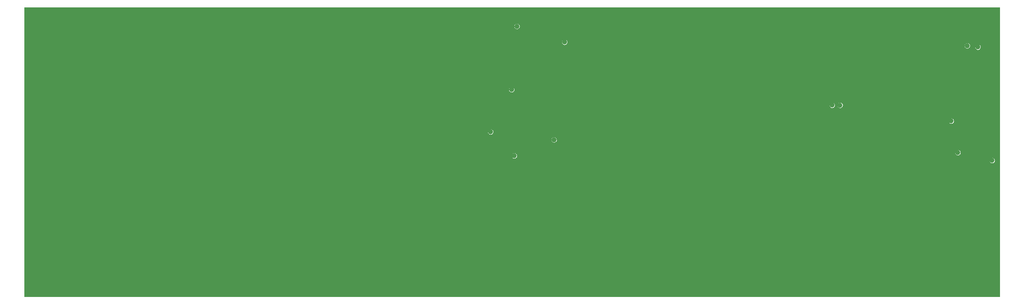
<source format=gbr>
%TF.GenerationSoftware,KiCad,Pcbnew,(5.1.6)-1*%
%TF.CreationDate,2020-06-22T12:01:02-04:00*%
%TF.ProjectId,Aligned mobo,416c6967-6e65-4642-906d-6f626f2e6b69,rev?*%
%TF.SameCoordinates,Original*%
%TF.FileFunction,Soldermask,Bot*%
%TF.FilePolarity,Negative*%
%FSLAX46Y46*%
G04 Gerber Fmt 4.6, Leading zero omitted, Abs format (unit mm)*
G04 Created by KiCad (PCBNEW (5.1.6)-1) date 2020-06-22 12:01:02*
%MOMM*%
%LPD*%
G01*
G04 APERTURE LIST*
%ADD10C,0.010000*%
%ADD11C,1.238240*%
G04 APERTURE END LIST*
D10*
%TO.C,G\u002A\u002A\u002A*%
G36*
X117009333Y-34798000D02*
G01*
X-117009333Y-34798000D01*
X-117009333Y-14176857D01*
X-8271219Y-14176857D01*
X-8254914Y-14325763D01*
X-8247674Y-14352756D01*
X-8188585Y-14485533D01*
X-8100315Y-14592881D01*
X-7989452Y-14672015D01*
X-7862583Y-14720150D01*
X-7726297Y-14734500D01*
X-7587181Y-14712281D01*
X-7490512Y-14672887D01*
X-7371786Y-14589749D01*
X-7284431Y-14485167D01*
X-7228442Y-14365725D01*
X-7203809Y-14238012D01*
X-7206051Y-14194814D01*
X-5729757Y-14194814D01*
X-5713357Y-14325532D01*
X-5664842Y-14448574D01*
X-5585853Y-14557722D01*
X-5478031Y-14646753D01*
X-5343017Y-14709450D01*
X-5334137Y-14712223D01*
X-5211336Y-14729154D01*
X-5070201Y-14712418D01*
X-5018383Y-14698848D01*
X-4896093Y-14641916D01*
X-4796237Y-14554691D01*
X-4721774Y-14444468D01*
X-4675662Y-14318541D01*
X-4660858Y-14184204D01*
X-4680319Y-14048751D01*
X-4716870Y-13955295D01*
X-4800401Y-13833592D01*
X-4906779Y-13743108D01*
X-5029290Y-13684918D01*
X-5161218Y-13660097D01*
X-5295848Y-13669718D01*
X-5426467Y-13714856D01*
X-5546360Y-13796586D01*
X-5569857Y-13818809D01*
X-5659649Y-13935233D01*
X-5712402Y-14062641D01*
X-5729757Y-14194814D01*
X-7206051Y-14194814D01*
X-7210525Y-14108613D01*
X-7248582Y-13984114D01*
X-7317972Y-13871102D01*
X-7418686Y-13776164D01*
X-7491649Y-13731875D01*
X-7630701Y-13683235D01*
X-7774346Y-13672578D01*
X-7914175Y-13699003D01*
X-8041777Y-13761605D01*
X-8086557Y-13795756D01*
X-8185511Y-13906565D01*
X-8247575Y-14035361D01*
X-8271219Y-14176857D01*
X-117009333Y-14176857D01*
X-117009333Y-12925134D01*
X-9523671Y-12925134D01*
X-9515435Y-13046029D01*
X-9501815Y-13110740D01*
X-9468007Y-13180730D01*
X-9408340Y-13259600D01*
X-9334048Y-13335828D01*
X-9256364Y-13397891D01*
X-9186522Y-13434268D01*
X-9186333Y-13434327D01*
X-9081297Y-13454457D01*
X-8960285Y-13458350D01*
X-8846544Y-13445703D01*
X-8818992Y-13439108D01*
X-8739739Y-13401967D01*
X-8654629Y-13338249D01*
X-8576319Y-13259451D01*
X-8517465Y-13177067D01*
X-8506270Y-13155083D01*
X-8477535Y-13055803D01*
X-8467516Y-12937152D01*
X-8469904Y-12904360D01*
X-7003534Y-12904360D01*
X-6993865Y-13032172D01*
X-6954357Y-13154317D01*
X-6884166Y-13264153D01*
X-6782447Y-13355037D01*
X-6755723Y-13371847D01*
X-6628656Y-13432366D01*
X-6508164Y-13456842D01*
X-6381522Y-13446909D01*
X-6310247Y-13429055D01*
X-6183419Y-13371227D01*
X-6081123Y-13284638D01*
X-6005184Y-13176262D01*
X-5957431Y-13053067D01*
X-5939691Y-12922025D01*
X-5953791Y-12790108D01*
X-6001559Y-12664285D01*
X-6081198Y-12555270D01*
X-6199241Y-12460544D01*
X-6332827Y-12404454D01*
X-6478165Y-12387979D01*
X-6631462Y-12412097D01*
X-6633834Y-12412782D01*
X-6760699Y-12469292D01*
X-6861946Y-12553347D01*
X-6936730Y-12658305D01*
X-6984207Y-12777523D01*
X-7003534Y-12904360D01*
X-8469904Y-12904360D01*
X-8476213Y-12817729D01*
X-8503624Y-12716137D01*
X-8506271Y-12710113D01*
X-8584738Y-12585043D01*
X-8690618Y-12490932D01*
X-8820090Y-12430166D01*
X-8969334Y-12405128D01*
X-8995833Y-12404596D01*
X-9147998Y-12423454D01*
X-9281027Y-12478437D01*
X-9391100Y-12567162D01*
X-9474396Y-12687243D01*
X-9485396Y-12710113D01*
X-9513413Y-12807195D01*
X-9523671Y-12925134D01*
X-117009333Y-12925134D01*
X-117009333Y-2021417D01*
X114501278Y-2021417D01*
X114502934Y-2120512D01*
X114510064Y-2192519D01*
X114525551Y-2252601D01*
X114552277Y-2315923D01*
X114560480Y-2332872D01*
X114649570Y-2468902D01*
X114766103Y-2576926D01*
X114903840Y-2654586D01*
X115056542Y-2699519D01*
X115217970Y-2709368D01*
X115381885Y-2681770D01*
X115435663Y-2663967D01*
X115560309Y-2597421D01*
X115675338Y-2498741D01*
X115769926Y-2378107D01*
X115803738Y-2317750D01*
X115844043Y-2195949D01*
X115859694Y-2054953D01*
X115850778Y-1909920D01*
X115817381Y-1776009D01*
X115800446Y-1735667D01*
X115708943Y-1590883D01*
X115586699Y-1473602D01*
X115464167Y-1399984D01*
X115324379Y-1355378D01*
X115170240Y-1341607D01*
X115016401Y-1358666D01*
X114890836Y-1400132D01*
X114745759Y-1489945D01*
X114627747Y-1612271D01*
X114559484Y-1720499D01*
X114530543Y-1781045D01*
X114513073Y-1836743D01*
X114504290Y-1901994D01*
X114501407Y-1991203D01*
X114501278Y-2021417D01*
X-117009333Y-2021417D01*
X-117009333Y-834420D01*
X-156744Y-834420D01*
X-153840Y-991155D01*
X-116302Y-1143025D01*
X-43828Y-1282568D01*
X1755Y-1341053D01*
X127747Y-1458284D01*
X265835Y-1535590D01*
X419877Y-1574572D01*
X573884Y-1578308D01*
X676981Y-1564355D01*
X773189Y-1538862D01*
X809598Y-1524277D01*
X955773Y-1433574D01*
X1073982Y-1313670D01*
X1132066Y-1224678D01*
X1165006Y-1156896D01*
X1185409Y-1091508D01*
X1197061Y-1012599D01*
X1202674Y-928093D01*
X1205680Y-833096D01*
X1202176Y-764719D01*
X1189751Y-707448D01*
X1165993Y-645770D01*
X1154968Y-621177D01*
X1064028Y-470235D01*
X943161Y-348463D01*
X836083Y-278731D01*
X779831Y-251492D01*
X727398Y-234722D01*
X665510Y-225995D01*
X580889Y-222888D01*
X529167Y-222680D01*
X384897Y-230168D01*
X268875Y-255321D01*
X169086Y-302727D01*
X73515Y-376971D01*
X39338Y-409648D01*
X-59854Y-536205D01*
X-125315Y-680283D01*
X-156744Y-834420D01*
X-117009333Y-834420D01*
X-117009333Y-137583D01*
X106268930Y-137583D01*
X106270521Y-236174D01*
X106277356Y-306822D01*
X106292124Y-363843D01*
X106317513Y-421549D01*
X106325016Y-436191D01*
X106366896Y-509612D01*
X106411643Y-577689D01*
X106433660Y-606499D01*
X106491241Y-658754D01*
X106573908Y-714592D01*
X106666336Y-764982D01*
X106753199Y-800896D01*
X106773938Y-806998D01*
X106868502Y-819209D01*
X106984174Y-816427D01*
X107103211Y-800464D01*
X107207868Y-773135D01*
X107242345Y-759138D01*
X107368533Y-679350D01*
X107480450Y-569569D01*
X107565724Y-442091D01*
X107570109Y-433364D01*
X107596635Y-371978D01*
X107612427Y-311250D01*
X107620011Y-236750D01*
X107621917Y-137583D01*
X107612330Y12772D01*
X107580541Y136314D01*
X107522005Y244704D01*
X107432178Y349603D01*
X107431974Y349807D01*
X107327070Y439699D01*
X107218698Y498290D01*
X107095196Y530126D01*
X106944903Y539750D01*
X106944583Y539750D01*
X106794068Y530133D01*
X106670399Y498273D01*
X106561981Y439659D01*
X106457797Y350359D01*
X106368372Y245415D01*
X106310022Y135988D01*
X106278342Y10702D01*
X106268930Y-137583D01*
X-117009333Y-137583D01*
X-117009333Y2868882D01*
X9375486Y2868882D01*
X9405642Y2718450D01*
X9467205Y2577495D01*
X9559504Y2452744D01*
X9681869Y2350925D01*
X9690612Y2345407D01*
X9830297Y2282324D01*
X9986741Y2251781D01*
X10148856Y2254433D01*
X10305554Y2290934D01*
X10345634Y2306738D01*
X10456328Y2373106D01*
X10560429Y2468346D01*
X10646283Y2579808D01*
X10701695Y2693214D01*
X10736987Y2859987D01*
X10733347Y3024250D01*
X10693166Y3180097D01*
X10618838Y3321622D01*
X10512755Y3442917D01*
X10377310Y3538076D01*
X10354788Y3549642D01*
X10285641Y3580433D01*
X10223173Y3598397D01*
X10151027Y3606751D01*
X10054167Y3608710D01*
X9908542Y3599368D01*
X9788538Y3568370D01*
X9680849Y3510702D01*
X9582356Y3430833D01*
X9480173Y3309767D01*
X9412081Y3171268D01*
X9377409Y3022064D01*
X9375486Y2868882D01*
X-117009333Y2868882D01*
X-117009333Y4826000D01*
X-5852356Y4826000D01*
X-5850743Y4733359D01*
X-5843602Y4666768D01*
X-5827056Y4609978D01*
X-5797228Y4546737D01*
X-5776604Y4508500D01*
X-5678345Y4370708D01*
X-5554975Y4263832D01*
X-5412448Y4190087D01*
X-5256720Y4151685D01*
X-5093744Y4150839D01*
X-4929477Y4189763D01*
X-4924222Y4191706D01*
X-4778495Y4267809D01*
X-4658539Y4374969D01*
X-4568079Y4508105D01*
X-4510840Y4662134D01*
X-4492453Y4780781D01*
X-4498616Y4955988D01*
X-4542450Y5113375D01*
X-4622622Y5250530D01*
X-4737800Y5365042D01*
X-4856413Y5439833D01*
X-4936434Y5478287D01*
X-5000672Y5500586D01*
X-5067449Y5511016D01*
X-5155087Y5513862D01*
X-5173116Y5513900D01*
X-5273181Y5511029D01*
X-5348754Y5500186D01*
X-5417423Y5477991D01*
X-5461000Y5458596D01*
X-5606107Y5366830D01*
X-5723899Y5243939D01*
X-5797279Y5122333D01*
X-5826514Y5053025D01*
X-5843394Y4987546D01*
X-5850962Y4909523D01*
X-5852356Y4826000D01*
X-117009333Y4826000D01*
X-117009333Y7489956D01*
X104672409Y7489956D01*
X104678897Y7344346D01*
X104716623Y7202152D01*
X104786705Y7068865D01*
X104890259Y6949972D01*
X104973924Y6884435D01*
X105058117Y6832847D01*
X105134681Y6800475D01*
X105217604Y6783825D01*
X105320876Y6779405D01*
X105388833Y6780832D01*
X105499399Y6788188D01*
X105581729Y6803314D01*
X105649616Y6828916D01*
X105659662Y6833959D01*
X105801877Y6929568D01*
X105916093Y7052620D01*
X105975578Y7150935D01*
X106020058Y7282525D01*
X106037801Y7431734D01*
X106028599Y7583192D01*
X105992246Y7721527D01*
X105983574Y7742134D01*
X105901429Y7875931D01*
X105789196Y7986495D01*
X105654428Y8069975D01*
X105504671Y8122523D01*
X105347476Y8140287D01*
X105226955Y8128010D01*
X105069463Y8077160D01*
X104936509Y7996795D01*
X104829210Y7892404D01*
X104748683Y7769474D01*
X104696043Y7633495D01*
X104672409Y7489956D01*
X-117009333Y7489956D01*
X-117009333Y11262858D01*
X76096604Y11262858D01*
X76109996Y11109774D01*
X76155591Y10964358D01*
X76231913Y10832407D01*
X76337485Y10719718D01*
X76470831Y10632087D01*
X76547209Y10599569D01*
X76673120Y10571529D01*
X76814977Y10566978D01*
X76955331Y10585047D01*
X77076731Y10624863D01*
X77079373Y10626130D01*
X77206468Y10708097D01*
X77319022Y10819477D01*
X77404144Y10947379D01*
X77407609Y10954302D01*
X77433965Y11015042D01*
X77449589Y11074561D01*
X77456955Y11147230D01*
X77457308Y11169623D01*
X78003004Y11169623D01*
X78032710Y11028863D01*
X78090341Y10897516D01*
X78173585Y10780491D01*
X78280133Y10682695D01*
X78407672Y10609036D01*
X78553893Y10564422D01*
X78716486Y10553760D01*
X78761167Y10557156D01*
X78834713Y10571750D01*
X78922369Y10598628D01*
X78978071Y10620445D01*
X79106586Y10697819D01*
X79219618Y10806572D01*
X79306479Y10936023D01*
X79318471Y10960615D01*
X79344014Y11028876D01*
X79358284Y11104557D01*
X79363726Y11202629D01*
X79364003Y11239500D01*
X79360779Y11347440D01*
X79349476Y11428396D01*
X79327650Y11497341D01*
X79318471Y11518385D01*
X79230353Y11661826D01*
X79113502Y11777313D01*
X78973610Y11861145D01*
X78816368Y11909619D01*
X78700225Y11920521D01*
X78545091Y11910260D01*
X78414711Y11873322D01*
X78297840Y11805309D01*
X78209628Y11728649D01*
X78104533Y11599311D01*
X78036604Y11459755D01*
X78003531Y11314890D01*
X78003004Y11169623D01*
X77457308Y11169623D01*
X77458535Y11247415D01*
X77458523Y11250083D01*
X77456297Y11349124D01*
X77448849Y11420418D01*
X77433371Y11478483D01*
X77407056Y11537837D01*
X77400317Y11551001D01*
X77302613Y11696444D01*
X77177022Y11810039D01*
X77069664Y11871947D01*
X76994843Y11902678D01*
X76923491Y11919756D01*
X76837506Y11926667D01*
X76781638Y11927400D01*
X76687188Y11925112D01*
X76616101Y11915413D01*
X76549529Y11894083D01*
X76470183Y11857670D01*
X76382886Y11807651D01*
X76306363Y11751283D01*
X76264402Y11710153D01*
X76172331Y11568844D01*
X76116890Y11417814D01*
X76096604Y11262858D01*
X-117009333Y11262858D01*
X-117009333Y14986000D01*
X-792241Y14986000D01*
X-780747Y14834996D01*
X-744652Y14709149D01*
X-678877Y14596055D01*
X-592018Y14496834D01*
X-468508Y14401762D01*
X-323899Y14338753D01*
X-166562Y14309477D01*
X-4869Y14315607D01*
X134611Y14351706D01*
X273990Y14425225D01*
X395347Y14531135D01*
X488562Y14660239D01*
X501520Y14685128D01*
X531298Y14751404D01*
X549161Y14810885D01*
X557992Y14878735D01*
X560672Y14970119D01*
X560722Y14996583D01*
X558959Y15094775D01*
X552051Y15165102D01*
X537214Y15221968D01*
X511660Y15279775D01*
X502515Y15297501D01*
X403885Y15443317D01*
X278299Y15556512D01*
X171164Y15617868D01*
X95824Y15648393D01*
X23711Y15665240D01*
X-63389Y15671865D01*
X-116417Y15672428D01*
X-270625Y15659980D01*
X-400778Y15620105D01*
X-518533Y15548111D01*
X-596792Y15479084D01*
X-691040Y15369922D01*
X-752080Y15255711D01*
X-784286Y15125412D01*
X-792241Y14986000D01*
X-117009333Y14986000D01*
X-117009333Y25537583D01*
X108512702Y25537583D01*
X108525390Y25381301D01*
X108566243Y25249182D01*
X108639445Y25130506D01*
X108697138Y25064878D01*
X108814795Y24961895D01*
X108936508Y24895729D01*
X109072540Y24862325D01*
X109222935Y24857190D01*
X109333555Y24866591D01*
X109422790Y24887796D01*
X109501500Y24920744D01*
X109636596Y25009657D01*
X109751652Y25132202D01*
X109784623Y25184039D01*
X111083292Y25184039D01*
X111104521Y25037862D01*
X111149682Y24909399D01*
X111157309Y24894727D01*
X111253968Y24760101D01*
X111380616Y24651093D01*
X111529875Y24573422D01*
X111601250Y24550532D01*
X111684312Y24539984D01*
X111789964Y24541930D01*
X111900895Y24554730D01*
X111999791Y24576739D01*
X112043504Y24592493D01*
X112181616Y24675235D01*
X112292997Y24785621D01*
X112375712Y24917046D01*
X112427823Y25062908D01*
X112447395Y25216602D01*
X112432491Y25371526D01*
X112381175Y25521077D01*
X112337985Y25596760D01*
X112227058Y25729967D01*
X112095859Y25826070D01*
X111945227Y25884659D01*
X111776000Y25905321D01*
X111711487Y25903449D01*
X111549553Y25873133D01*
X111402133Y25807139D01*
X111275402Y25710014D01*
X111175537Y25586307D01*
X111117121Y25465710D01*
X111087118Y25331973D01*
X111083292Y25184039D01*
X109784623Y25184039D01*
X109817041Y25235005D01*
X109840332Y25284951D01*
X109854877Y25336747D01*
X109862594Y25402354D01*
X109865403Y25493738D01*
X109865583Y25537583D01*
X109864133Y25641861D01*
X109858501Y25715829D01*
X109846770Y25771451D01*
X109827019Y25820691D01*
X109817041Y25840162D01*
X109718432Y25984262D01*
X109594143Y26098566D01*
X109498565Y26156078D01*
X109429887Y26186627D01*
X109367678Y26204429D01*
X109295649Y26212657D01*
X109198833Y26214489D01*
X109042119Y26202915D01*
X108912101Y26166264D01*
X108798690Y26100415D01*
X108700686Y26010863D01*
X108607994Y25896839D01*
X108549434Y25784204D01*
X108519577Y25659285D01*
X108512702Y25537583D01*
X-117009333Y25537583D01*
X-117009333Y26397203D01*
X11916127Y26397203D01*
X11928228Y26263019D01*
X11959171Y26147439D01*
X11967172Y26128866D01*
X12058256Y25977933D01*
X12175041Y25859813D01*
X12315946Y25775900D01*
X12402620Y25744984D01*
X12511856Y25727657D01*
X12639488Y25727916D01*
X12766334Y25744436D01*
X12873209Y25775891D01*
X12877671Y25777826D01*
X13017348Y25861363D01*
X13129600Y25972941D01*
X13212196Y26106585D01*
X13262905Y26256317D01*
X13279497Y26416160D01*
X13259743Y26580138D01*
X13221261Y26698607D01*
X13170529Y26785047D01*
X13093138Y26876308D01*
X13001123Y26960038D01*
X12906518Y27023884D01*
X12901933Y27026334D01*
X12845042Y27053600D01*
X12791928Y27070391D01*
X12729235Y27079145D01*
X12643608Y27082302D01*
X12594167Y27082547D01*
X12494072Y27081128D01*
X12422853Y27075224D01*
X12367099Y27062367D01*
X12313402Y27040087D01*
X12284972Y27025611D01*
X12183193Y26957094D01*
X12086623Y26865784D01*
X12006369Y26763971D01*
X11953536Y26663945D01*
X11950531Y26655524D01*
X11923388Y26533526D01*
X11916127Y26397203D01*
X-117009333Y26397203D01*
X-117009333Y30214867D01*
X474676Y30214867D01*
X482366Y30072888D01*
X514399Y29946417D01*
X522528Y29927076D01*
X583123Y29823109D01*
X665577Y29721463D01*
X756154Y29638131D01*
X792226Y29613109D01*
X932030Y29550190D01*
X1088231Y29519821D01*
X1249453Y29522601D01*
X1404321Y29559129D01*
X1451387Y29578367D01*
X1576541Y29655977D01*
X1688312Y29763737D01*
X1774361Y29889480D01*
X1781989Y29904419D01*
X1806427Y29961562D01*
X1821278Y30020201D01*
X1828690Y30093551D01*
X1830810Y30194826D01*
X1830815Y30204833D01*
X1829339Y30304969D01*
X1823404Y30376115D01*
X1810566Y30431564D01*
X1788386Y30484612D01*
X1774435Y30511750D01*
X1675783Y30653231D01*
X1546136Y30766486D01*
X1431990Y30830635D01*
X1365310Y30858771D01*
X1308285Y30874760D01*
X1245400Y30881011D01*
X1161142Y30879937D01*
X1125073Y30878341D01*
X1023442Y30870963D01*
X948237Y30857875D01*
X883594Y30835314D01*
X829334Y30808193D01*
X705227Y30722851D01*
X606916Y30613221D01*
X531307Y30480966D01*
X491075Y30356259D01*
X474676Y30214867D01*
X-117009333Y30214867D01*
X-117009333Y34776833D01*
X117009333Y34776833D01*
X117009333Y-34798000D01*
G37*
X117009333Y-34798000D02*
X-117009333Y-34798000D01*
X-117009333Y-14176857D01*
X-8271219Y-14176857D01*
X-8254914Y-14325763D01*
X-8247674Y-14352756D01*
X-8188585Y-14485533D01*
X-8100315Y-14592881D01*
X-7989452Y-14672015D01*
X-7862583Y-14720150D01*
X-7726297Y-14734500D01*
X-7587181Y-14712281D01*
X-7490512Y-14672887D01*
X-7371786Y-14589749D01*
X-7284431Y-14485167D01*
X-7228442Y-14365725D01*
X-7203809Y-14238012D01*
X-7206051Y-14194814D01*
X-5729757Y-14194814D01*
X-5713357Y-14325532D01*
X-5664842Y-14448574D01*
X-5585853Y-14557722D01*
X-5478031Y-14646753D01*
X-5343017Y-14709450D01*
X-5334137Y-14712223D01*
X-5211336Y-14729154D01*
X-5070201Y-14712418D01*
X-5018383Y-14698848D01*
X-4896093Y-14641916D01*
X-4796237Y-14554691D01*
X-4721774Y-14444468D01*
X-4675662Y-14318541D01*
X-4660858Y-14184204D01*
X-4680319Y-14048751D01*
X-4716870Y-13955295D01*
X-4800401Y-13833592D01*
X-4906779Y-13743108D01*
X-5029290Y-13684918D01*
X-5161218Y-13660097D01*
X-5295848Y-13669718D01*
X-5426467Y-13714856D01*
X-5546360Y-13796586D01*
X-5569857Y-13818809D01*
X-5659649Y-13935233D01*
X-5712402Y-14062641D01*
X-5729757Y-14194814D01*
X-7206051Y-14194814D01*
X-7210525Y-14108613D01*
X-7248582Y-13984114D01*
X-7317972Y-13871102D01*
X-7418686Y-13776164D01*
X-7491649Y-13731875D01*
X-7630701Y-13683235D01*
X-7774346Y-13672578D01*
X-7914175Y-13699003D01*
X-8041777Y-13761605D01*
X-8086557Y-13795756D01*
X-8185511Y-13906565D01*
X-8247575Y-14035361D01*
X-8271219Y-14176857D01*
X-117009333Y-14176857D01*
X-117009333Y-12925134D01*
X-9523671Y-12925134D01*
X-9515435Y-13046029D01*
X-9501815Y-13110740D01*
X-9468007Y-13180730D01*
X-9408340Y-13259600D01*
X-9334048Y-13335828D01*
X-9256364Y-13397891D01*
X-9186522Y-13434268D01*
X-9186333Y-13434327D01*
X-9081297Y-13454457D01*
X-8960285Y-13458350D01*
X-8846544Y-13445703D01*
X-8818992Y-13439108D01*
X-8739739Y-13401967D01*
X-8654629Y-13338249D01*
X-8576319Y-13259451D01*
X-8517465Y-13177067D01*
X-8506270Y-13155083D01*
X-8477535Y-13055803D01*
X-8467516Y-12937152D01*
X-8469904Y-12904360D01*
X-7003534Y-12904360D01*
X-6993865Y-13032172D01*
X-6954357Y-13154317D01*
X-6884166Y-13264153D01*
X-6782447Y-13355037D01*
X-6755723Y-13371847D01*
X-6628656Y-13432366D01*
X-6508164Y-13456842D01*
X-6381522Y-13446909D01*
X-6310247Y-13429055D01*
X-6183419Y-13371227D01*
X-6081123Y-13284638D01*
X-6005184Y-13176262D01*
X-5957431Y-13053067D01*
X-5939691Y-12922025D01*
X-5953791Y-12790108D01*
X-6001559Y-12664285D01*
X-6081198Y-12555270D01*
X-6199241Y-12460544D01*
X-6332827Y-12404454D01*
X-6478165Y-12387979D01*
X-6631462Y-12412097D01*
X-6633834Y-12412782D01*
X-6760699Y-12469292D01*
X-6861946Y-12553347D01*
X-6936730Y-12658305D01*
X-6984207Y-12777523D01*
X-7003534Y-12904360D01*
X-8469904Y-12904360D01*
X-8476213Y-12817729D01*
X-8503624Y-12716137D01*
X-8506271Y-12710113D01*
X-8584738Y-12585043D01*
X-8690618Y-12490932D01*
X-8820090Y-12430166D01*
X-8969334Y-12405128D01*
X-8995833Y-12404596D01*
X-9147998Y-12423454D01*
X-9281027Y-12478437D01*
X-9391100Y-12567162D01*
X-9474396Y-12687243D01*
X-9485396Y-12710113D01*
X-9513413Y-12807195D01*
X-9523671Y-12925134D01*
X-117009333Y-12925134D01*
X-117009333Y-2021417D01*
X114501278Y-2021417D01*
X114502934Y-2120512D01*
X114510064Y-2192519D01*
X114525551Y-2252601D01*
X114552277Y-2315923D01*
X114560480Y-2332872D01*
X114649570Y-2468902D01*
X114766103Y-2576926D01*
X114903840Y-2654586D01*
X115056542Y-2699519D01*
X115217970Y-2709368D01*
X115381885Y-2681770D01*
X115435663Y-2663967D01*
X115560309Y-2597421D01*
X115675338Y-2498741D01*
X115769926Y-2378107D01*
X115803738Y-2317750D01*
X115844043Y-2195949D01*
X115859694Y-2054953D01*
X115850778Y-1909920D01*
X115817381Y-1776009D01*
X115800446Y-1735667D01*
X115708943Y-1590883D01*
X115586699Y-1473602D01*
X115464167Y-1399984D01*
X115324379Y-1355378D01*
X115170240Y-1341607D01*
X115016401Y-1358666D01*
X114890836Y-1400132D01*
X114745759Y-1489945D01*
X114627747Y-1612271D01*
X114559484Y-1720499D01*
X114530543Y-1781045D01*
X114513073Y-1836743D01*
X114504290Y-1901994D01*
X114501407Y-1991203D01*
X114501278Y-2021417D01*
X-117009333Y-2021417D01*
X-117009333Y-834420D01*
X-156744Y-834420D01*
X-153840Y-991155D01*
X-116302Y-1143025D01*
X-43828Y-1282568D01*
X1755Y-1341053D01*
X127747Y-1458284D01*
X265835Y-1535590D01*
X419877Y-1574572D01*
X573884Y-1578308D01*
X676981Y-1564355D01*
X773189Y-1538862D01*
X809598Y-1524277D01*
X955773Y-1433574D01*
X1073982Y-1313670D01*
X1132066Y-1224678D01*
X1165006Y-1156896D01*
X1185409Y-1091508D01*
X1197061Y-1012599D01*
X1202674Y-928093D01*
X1205680Y-833096D01*
X1202176Y-764719D01*
X1189751Y-707448D01*
X1165993Y-645770D01*
X1154968Y-621177D01*
X1064028Y-470235D01*
X943161Y-348463D01*
X836083Y-278731D01*
X779831Y-251492D01*
X727398Y-234722D01*
X665510Y-225995D01*
X580889Y-222888D01*
X529167Y-222680D01*
X384897Y-230168D01*
X268875Y-255321D01*
X169086Y-302727D01*
X73515Y-376971D01*
X39338Y-409648D01*
X-59854Y-536205D01*
X-125315Y-680283D01*
X-156744Y-834420D01*
X-117009333Y-834420D01*
X-117009333Y-137583D01*
X106268930Y-137583D01*
X106270521Y-236174D01*
X106277356Y-306822D01*
X106292124Y-363843D01*
X106317513Y-421549D01*
X106325016Y-436191D01*
X106366896Y-509612D01*
X106411643Y-577689D01*
X106433660Y-606499D01*
X106491241Y-658754D01*
X106573908Y-714592D01*
X106666336Y-764982D01*
X106753199Y-800896D01*
X106773938Y-806998D01*
X106868502Y-819209D01*
X106984174Y-816427D01*
X107103211Y-800464D01*
X107207868Y-773135D01*
X107242345Y-759138D01*
X107368533Y-679350D01*
X107480450Y-569569D01*
X107565724Y-442091D01*
X107570109Y-433364D01*
X107596635Y-371978D01*
X107612427Y-311250D01*
X107620011Y-236750D01*
X107621917Y-137583D01*
X107612330Y12772D01*
X107580541Y136314D01*
X107522005Y244704D01*
X107432178Y349603D01*
X107431974Y349807D01*
X107327070Y439699D01*
X107218698Y498290D01*
X107095196Y530126D01*
X106944903Y539750D01*
X106944583Y539750D01*
X106794068Y530133D01*
X106670399Y498273D01*
X106561981Y439659D01*
X106457797Y350359D01*
X106368372Y245415D01*
X106310022Y135988D01*
X106278342Y10702D01*
X106268930Y-137583D01*
X-117009333Y-137583D01*
X-117009333Y2868882D01*
X9375486Y2868882D01*
X9405642Y2718450D01*
X9467205Y2577495D01*
X9559504Y2452744D01*
X9681869Y2350925D01*
X9690612Y2345407D01*
X9830297Y2282324D01*
X9986741Y2251781D01*
X10148856Y2254433D01*
X10305554Y2290934D01*
X10345634Y2306738D01*
X10456328Y2373106D01*
X10560429Y2468346D01*
X10646283Y2579808D01*
X10701695Y2693214D01*
X10736987Y2859987D01*
X10733347Y3024250D01*
X10693166Y3180097D01*
X10618838Y3321622D01*
X10512755Y3442917D01*
X10377310Y3538076D01*
X10354788Y3549642D01*
X10285641Y3580433D01*
X10223173Y3598397D01*
X10151027Y3606751D01*
X10054167Y3608710D01*
X9908542Y3599368D01*
X9788538Y3568370D01*
X9680849Y3510702D01*
X9582356Y3430833D01*
X9480173Y3309767D01*
X9412081Y3171268D01*
X9377409Y3022064D01*
X9375486Y2868882D01*
X-117009333Y2868882D01*
X-117009333Y4826000D01*
X-5852356Y4826000D01*
X-5850743Y4733359D01*
X-5843602Y4666768D01*
X-5827056Y4609978D01*
X-5797228Y4546737D01*
X-5776604Y4508500D01*
X-5678345Y4370708D01*
X-5554975Y4263832D01*
X-5412448Y4190087D01*
X-5256720Y4151685D01*
X-5093744Y4150839D01*
X-4929477Y4189763D01*
X-4924222Y4191706D01*
X-4778495Y4267809D01*
X-4658539Y4374969D01*
X-4568079Y4508105D01*
X-4510840Y4662134D01*
X-4492453Y4780781D01*
X-4498616Y4955988D01*
X-4542450Y5113375D01*
X-4622622Y5250530D01*
X-4737800Y5365042D01*
X-4856413Y5439833D01*
X-4936434Y5478287D01*
X-5000672Y5500586D01*
X-5067449Y5511016D01*
X-5155087Y5513862D01*
X-5173116Y5513900D01*
X-5273181Y5511029D01*
X-5348754Y5500186D01*
X-5417423Y5477991D01*
X-5461000Y5458596D01*
X-5606107Y5366830D01*
X-5723899Y5243939D01*
X-5797279Y5122333D01*
X-5826514Y5053025D01*
X-5843394Y4987546D01*
X-5850962Y4909523D01*
X-5852356Y4826000D01*
X-117009333Y4826000D01*
X-117009333Y7489956D01*
X104672409Y7489956D01*
X104678897Y7344346D01*
X104716623Y7202152D01*
X104786705Y7068865D01*
X104890259Y6949972D01*
X104973924Y6884435D01*
X105058117Y6832847D01*
X105134681Y6800475D01*
X105217604Y6783825D01*
X105320876Y6779405D01*
X105388833Y6780832D01*
X105499399Y6788188D01*
X105581729Y6803314D01*
X105649616Y6828916D01*
X105659662Y6833959D01*
X105801877Y6929568D01*
X105916093Y7052620D01*
X105975578Y7150935D01*
X106020058Y7282525D01*
X106037801Y7431734D01*
X106028599Y7583192D01*
X105992246Y7721527D01*
X105983574Y7742134D01*
X105901429Y7875931D01*
X105789196Y7986495D01*
X105654428Y8069975D01*
X105504671Y8122523D01*
X105347476Y8140287D01*
X105226955Y8128010D01*
X105069463Y8077160D01*
X104936509Y7996795D01*
X104829210Y7892404D01*
X104748683Y7769474D01*
X104696043Y7633495D01*
X104672409Y7489956D01*
X-117009333Y7489956D01*
X-117009333Y11262858D01*
X76096604Y11262858D01*
X76109996Y11109774D01*
X76155591Y10964358D01*
X76231913Y10832407D01*
X76337485Y10719718D01*
X76470831Y10632087D01*
X76547209Y10599569D01*
X76673120Y10571529D01*
X76814977Y10566978D01*
X76955331Y10585047D01*
X77076731Y10624863D01*
X77079373Y10626130D01*
X77206468Y10708097D01*
X77319022Y10819477D01*
X77404144Y10947379D01*
X77407609Y10954302D01*
X77433965Y11015042D01*
X77449589Y11074561D01*
X77456955Y11147230D01*
X77457308Y11169623D01*
X78003004Y11169623D01*
X78032710Y11028863D01*
X78090341Y10897516D01*
X78173585Y10780491D01*
X78280133Y10682695D01*
X78407672Y10609036D01*
X78553893Y10564422D01*
X78716486Y10553760D01*
X78761167Y10557156D01*
X78834713Y10571750D01*
X78922369Y10598628D01*
X78978071Y10620445D01*
X79106586Y10697819D01*
X79219618Y10806572D01*
X79306479Y10936023D01*
X79318471Y10960615D01*
X79344014Y11028876D01*
X79358284Y11104557D01*
X79363726Y11202629D01*
X79364003Y11239500D01*
X79360779Y11347440D01*
X79349476Y11428396D01*
X79327650Y11497341D01*
X79318471Y11518385D01*
X79230353Y11661826D01*
X79113502Y11777313D01*
X78973610Y11861145D01*
X78816368Y11909619D01*
X78700225Y11920521D01*
X78545091Y11910260D01*
X78414711Y11873322D01*
X78297840Y11805309D01*
X78209628Y11728649D01*
X78104533Y11599311D01*
X78036604Y11459755D01*
X78003531Y11314890D01*
X78003004Y11169623D01*
X77457308Y11169623D01*
X77458535Y11247415D01*
X77458523Y11250083D01*
X77456297Y11349124D01*
X77448849Y11420418D01*
X77433371Y11478483D01*
X77407056Y11537837D01*
X77400317Y11551001D01*
X77302613Y11696444D01*
X77177022Y11810039D01*
X77069664Y11871947D01*
X76994843Y11902678D01*
X76923491Y11919756D01*
X76837506Y11926667D01*
X76781638Y11927400D01*
X76687188Y11925112D01*
X76616101Y11915413D01*
X76549529Y11894083D01*
X76470183Y11857670D01*
X76382886Y11807651D01*
X76306363Y11751283D01*
X76264402Y11710153D01*
X76172331Y11568844D01*
X76116890Y11417814D01*
X76096604Y11262858D01*
X-117009333Y11262858D01*
X-117009333Y14986000D01*
X-792241Y14986000D01*
X-780747Y14834996D01*
X-744652Y14709149D01*
X-678877Y14596055D01*
X-592018Y14496834D01*
X-468508Y14401762D01*
X-323899Y14338753D01*
X-166562Y14309477D01*
X-4869Y14315607D01*
X134611Y14351706D01*
X273990Y14425225D01*
X395347Y14531135D01*
X488562Y14660239D01*
X501520Y14685128D01*
X531298Y14751404D01*
X549161Y14810885D01*
X557992Y14878735D01*
X560672Y14970119D01*
X560722Y14996583D01*
X558959Y15094775D01*
X552051Y15165102D01*
X537214Y15221968D01*
X511660Y15279775D01*
X502515Y15297501D01*
X403885Y15443317D01*
X278299Y15556512D01*
X171164Y15617868D01*
X95824Y15648393D01*
X23711Y15665240D01*
X-63389Y15671865D01*
X-116417Y15672428D01*
X-270625Y15659980D01*
X-400778Y15620105D01*
X-518533Y15548111D01*
X-596792Y15479084D01*
X-691040Y15369922D01*
X-752080Y15255711D01*
X-784286Y15125412D01*
X-792241Y14986000D01*
X-117009333Y14986000D01*
X-117009333Y25537583D01*
X108512702Y25537583D01*
X108525390Y25381301D01*
X108566243Y25249182D01*
X108639445Y25130506D01*
X108697138Y25064878D01*
X108814795Y24961895D01*
X108936508Y24895729D01*
X109072540Y24862325D01*
X109222935Y24857190D01*
X109333555Y24866591D01*
X109422790Y24887796D01*
X109501500Y24920744D01*
X109636596Y25009657D01*
X109751652Y25132202D01*
X109784623Y25184039D01*
X111083292Y25184039D01*
X111104521Y25037862D01*
X111149682Y24909399D01*
X111157309Y24894727D01*
X111253968Y24760101D01*
X111380616Y24651093D01*
X111529875Y24573422D01*
X111601250Y24550532D01*
X111684312Y24539984D01*
X111789964Y24541930D01*
X111900895Y24554730D01*
X111999791Y24576739D01*
X112043504Y24592493D01*
X112181616Y24675235D01*
X112292997Y24785621D01*
X112375712Y24917046D01*
X112427823Y25062908D01*
X112447395Y25216602D01*
X112432491Y25371526D01*
X112381175Y25521077D01*
X112337985Y25596760D01*
X112227058Y25729967D01*
X112095859Y25826070D01*
X111945227Y25884659D01*
X111776000Y25905321D01*
X111711487Y25903449D01*
X111549553Y25873133D01*
X111402133Y25807139D01*
X111275402Y25710014D01*
X111175537Y25586307D01*
X111117121Y25465710D01*
X111087118Y25331973D01*
X111083292Y25184039D01*
X109784623Y25184039D01*
X109817041Y25235005D01*
X109840332Y25284951D01*
X109854877Y25336747D01*
X109862594Y25402354D01*
X109865403Y25493738D01*
X109865583Y25537583D01*
X109864133Y25641861D01*
X109858501Y25715829D01*
X109846770Y25771451D01*
X109827019Y25820691D01*
X109817041Y25840162D01*
X109718432Y25984262D01*
X109594143Y26098566D01*
X109498565Y26156078D01*
X109429887Y26186627D01*
X109367678Y26204429D01*
X109295649Y26212657D01*
X109198833Y26214489D01*
X109042119Y26202915D01*
X108912101Y26166264D01*
X108798690Y26100415D01*
X108700686Y26010863D01*
X108607994Y25896839D01*
X108549434Y25784204D01*
X108519577Y25659285D01*
X108512702Y25537583D01*
X-117009333Y25537583D01*
X-117009333Y26397203D01*
X11916127Y26397203D01*
X11928228Y26263019D01*
X11959171Y26147439D01*
X11967172Y26128866D01*
X12058256Y25977933D01*
X12175041Y25859813D01*
X12315946Y25775900D01*
X12402620Y25744984D01*
X12511856Y25727657D01*
X12639488Y25727916D01*
X12766334Y25744436D01*
X12873209Y25775891D01*
X12877671Y25777826D01*
X13017348Y25861363D01*
X13129600Y25972941D01*
X13212196Y26106585D01*
X13262905Y26256317D01*
X13279497Y26416160D01*
X13259743Y26580138D01*
X13221261Y26698607D01*
X13170529Y26785047D01*
X13093138Y26876308D01*
X13001123Y26960038D01*
X12906518Y27023884D01*
X12901933Y27026334D01*
X12845042Y27053600D01*
X12791928Y27070391D01*
X12729235Y27079145D01*
X12643608Y27082302D01*
X12594167Y27082547D01*
X12494072Y27081128D01*
X12422853Y27075224D01*
X12367099Y27062367D01*
X12313402Y27040087D01*
X12284972Y27025611D01*
X12183193Y26957094D01*
X12086623Y26865784D01*
X12006369Y26763971D01*
X11953536Y26663945D01*
X11950531Y26655524D01*
X11923388Y26533526D01*
X11916127Y26397203D01*
X-117009333Y26397203D01*
X-117009333Y30214867D01*
X474676Y30214867D01*
X482366Y30072888D01*
X514399Y29946417D01*
X522528Y29927076D01*
X583123Y29823109D01*
X665577Y29721463D01*
X756154Y29638131D01*
X792226Y29613109D01*
X932030Y29550190D01*
X1088231Y29519821D01*
X1249453Y29522601D01*
X1404321Y29559129D01*
X1451387Y29578367D01*
X1576541Y29655977D01*
X1688312Y29763737D01*
X1774361Y29889480D01*
X1781989Y29904419D01*
X1806427Y29961562D01*
X1821278Y30020201D01*
X1828690Y30093551D01*
X1830810Y30194826D01*
X1830815Y30204833D01*
X1829339Y30304969D01*
X1823404Y30376115D01*
X1810566Y30431564D01*
X1788386Y30484612D01*
X1774435Y30511750D01*
X1675783Y30653231D01*
X1546136Y30766486D01*
X1431990Y30830635D01*
X1365310Y30858771D01*
X1308285Y30874760D01*
X1245400Y30881011D01*
X1161142Y30879937D01*
X1125073Y30878341D01*
X1023442Y30870963D01*
X948237Y30857875D01*
X883594Y30835314D01*
X829334Y30808193D01*
X705227Y30722851D01*
X606916Y30613221D01*
X531307Y30480966D01*
X491075Y30356259D01*
X474676Y30214867D01*
X-117009333Y30214867D01*
X-117009333Y34776833D01*
X117009333Y34776833D01*
X117009333Y-34798000D01*
%TD*%
D11*
%TO.C,*%
X-8994824Y-12919127D03*
%TD*%
%TO.C,*%
X-6470914Y-12908583D03*
%TD*%
%TO.C,*%
X-5193644Y-14182245D03*
%TD*%
%TO.C,*%
X-7737504Y-14188284D03*
%TD*%
%TO.C,*%
X526186Y-885164D03*
%TD*%
%TO.C,*%
X-5172984Y4843538D03*
%TD*%
%TO.C,*%
X-114514Y15000065D03*
%TD*%
%TO.C,*%
X10054706Y2941377D03*
%TD*%
%TO.C,*%
X12594856Y26414758D03*
%TD*%
%TO.C,*%
X1157936Y30207547D03*
%TD*%
%TO.C,*%
X76778506Y11256563D03*
%TD*%
%TO.C,*%
X78682806Y11248211D03*
%TD*%
%TO.C,*%
X105352576Y7462797D03*
%TD*%
%TO.C,*%
X106941256Y-126257D03*
%TD*%
%TO.C,*%
X111757386Y25230587D03*
%TD*%
%TO.C,*%
X109190346Y25543697D03*
%TD*%
%TO.C,*%
X115173126Y-2014849D03*
%TD*%
M02*

</source>
